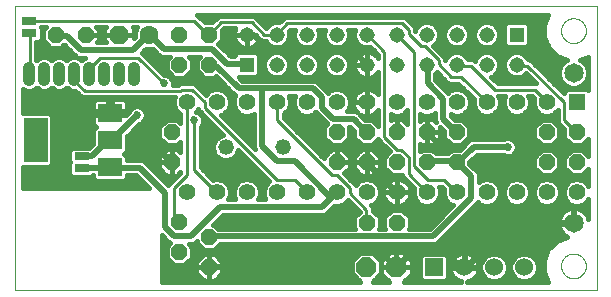
<source format=gbl>
G75*
%MOIN*%
%OFA0B0*%
%FSLAX25Y25*%
%IPPOS*%
%LPD*%
%AMOC8*
5,1,8,0,0,1.08239X$1,22.5*
%
%ADD10C,0.00000*%
%ADD11OC8,0.05200*%
%ADD12C,0.05200*%
%ADD13R,0.05600X0.05600*%
%ADD14C,0.05600*%
%ADD15OC8,0.06600*%
%ADD16OC8,0.06300*%
%ADD17C,0.06300*%
%ADD18R,0.05000X0.02500*%
%ADD19C,0.06496*%
%ADD20R,0.06000X0.06000*%
%ADD21C,0.06000*%
%ADD22R,0.07900X0.05900*%
%ADD23R,0.07900X0.15000*%
%ADD24C,0.04000*%
%ADD25R,0.05150X0.05150*%
%ADD26C,0.05150*%
%ADD27C,0.02000*%
%ADD28C,0.02700*%
%ADD29C,0.01600*%
%ADD30C,0.01000*%
D10*
X0013381Y0008000D02*
X0013381Y0102488D01*
X0207431Y0102488D01*
X0207431Y0008000D01*
X0013381Y0008000D01*
X0195547Y0016000D02*
X0195549Y0016128D01*
X0195555Y0016256D01*
X0195565Y0016383D01*
X0195579Y0016511D01*
X0195596Y0016637D01*
X0195618Y0016763D01*
X0195644Y0016889D01*
X0195673Y0017013D01*
X0195706Y0017137D01*
X0195743Y0017259D01*
X0195784Y0017380D01*
X0195829Y0017500D01*
X0195877Y0017619D01*
X0195929Y0017736D01*
X0195985Y0017851D01*
X0196044Y0017965D01*
X0196106Y0018076D01*
X0196172Y0018186D01*
X0196241Y0018293D01*
X0196314Y0018399D01*
X0196390Y0018502D01*
X0196469Y0018602D01*
X0196551Y0018701D01*
X0196636Y0018796D01*
X0196724Y0018889D01*
X0196815Y0018979D01*
X0196908Y0019066D01*
X0197005Y0019151D01*
X0197103Y0019232D01*
X0197205Y0019310D01*
X0197308Y0019385D01*
X0197414Y0019457D01*
X0197522Y0019526D01*
X0197632Y0019591D01*
X0197745Y0019652D01*
X0197859Y0019711D01*
X0197974Y0019765D01*
X0198092Y0019816D01*
X0198210Y0019864D01*
X0198331Y0019907D01*
X0198452Y0019947D01*
X0198575Y0019983D01*
X0198699Y0020016D01*
X0198824Y0020044D01*
X0198949Y0020069D01*
X0199075Y0020089D01*
X0199202Y0020106D01*
X0199330Y0020119D01*
X0199457Y0020128D01*
X0199585Y0020133D01*
X0199713Y0020134D01*
X0199841Y0020131D01*
X0199969Y0020124D01*
X0200096Y0020113D01*
X0200223Y0020098D01*
X0200350Y0020080D01*
X0200476Y0020057D01*
X0200601Y0020030D01*
X0200725Y0020000D01*
X0200848Y0019966D01*
X0200971Y0019928D01*
X0201092Y0019886D01*
X0201211Y0019840D01*
X0201329Y0019791D01*
X0201446Y0019738D01*
X0201561Y0019682D01*
X0201674Y0019622D01*
X0201785Y0019559D01*
X0201894Y0019492D01*
X0202001Y0019422D01*
X0202106Y0019348D01*
X0202208Y0019272D01*
X0202308Y0019192D01*
X0202406Y0019109D01*
X0202501Y0019023D01*
X0202593Y0018934D01*
X0202682Y0018843D01*
X0202769Y0018749D01*
X0202852Y0018652D01*
X0202933Y0018552D01*
X0203010Y0018451D01*
X0203085Y0018346D01*
X0203156Y0018240D01*
X0203223Y0018131D01*
X0203288Y0018021D01*
X0203348Y0017908D01*
X0203406Y0017794D01*
X0203459Y0017678D01*
X0203509Y0017560D01*
X0203556Y0017441D01*
X0203599Y0017320D01*
X0203638Y0017198D01*
X0203673Y0017075D01*
X0203704Y0016951D01*
X0203732Y0016826D01*
X0203755Y0016700D01*
X0203775Y0016574D01*
X0203791Y0016447D01*
X0203803Y0016320D01*
X0203811Y0016192D01*
X0203815Y0016064D01*
X0203815Y0015936D01*
X0203811Y0015808D01*
X0203803Y0015680D01*
X0203791Y0015553D01*
X0203775Y0015426D01*
X0203755Y0015300D01*
X0203732Y0015174D01*
X0203704Y0015049D01*
X0203673Y0014925D01*
X0203638Y0014802D01*
X0203599Y0014680D01*
X0203556Y0014559D01*
X0203509Y0014440D01*
X0203459Y0014322D01*
X0203406Y0014206D01*
X0203348Y0014092D01*
X0203288Y0013979D01*
X0203223Y0013869D01*
X0203156Y0013760D01*
X0203085Y0013654D01*
X0203010Y0013549D01*
X0202933Y0013448D01*
X0202852Y0013348D01*
X0202769Y0013251D01*
X0202682Y0013157D01*
X0202593Y0013066D01*
X0202501Y0012977D01*
X0202406Y0012891D01*
X0202308Y0012808D01*
X0202208Y0012728D01*
X0202106Y0012652D01*
X0202001Y0012578D01*
X0201894Y0012508D01*
X0201785Y0012441D01*
X0201674Y0012378D01*
X0201561Y0012318D01*
X0201446Y0012262D01*
X0201329Y0012209D01*
X0201211Y0012160D01*
X0201092Y0012114D01*
X0200971Y0012072D01*
X0200848Y0012034D01*
X0200725Y0012000D01*
X0200601Y0011970D01*
X0200476Y0011943D01*
X0200350Y0011920D01*
X0200223Y0011902D01*
X0200096Y0011887D01*
X0199969Y0011876D01*
X0199841Y0011869D01*
X0199713Y0011866D01*
X0199585Y0011867D01*
X0199457Y0011872D01*
X0199330Y0011881D01*
X0199202Y0011894D01*
X0199075Y0011911D01*
X0198949Y0011931D01*
X0198824Y0011956D01*
X0198699Y0011984D01*
X0198575Y0012017D01*
X0198452Y0012053D01*
X0198331Y0012093D01*
X0198210Y0012136D01*
X0198092Y0012184D01*
X0197974Y0012235D01*
X0197859Y0012289D01*
X0197745Y0012348D01*
X0197632Y0012409D01*
X0197522Y0012474D01*
X0197414Y0012543D01*
X0197308Y0012615D01*
X0197205Y0012690D01*
X0197103Y0012768D01*
X0197005Y0012849D01*
X0196908Y0012934D01*
X0196815Y0013021D01*
X0196724Y0013111D01*
X0196636Y0013204D01*
X0196551Y0013299D01*
X0196469Y0013398D01*
X0196390Y0013498D01*
X0196314Y0013601D01*
X0196241Y0013707D01*
X0196172Y0013814D01*
X0196106Y0013924D01*
X0196044Y0014035D01*
X0195985Y0014149D01*
X0195929Y0014264D01*
X0195877Y0014381D01*
X0195829Y0014500D01*
X0195784Y0014620D01*
X0195743Y0014741D01*
X0195706Y0014863D01*
X0195673Y0014987D01*
X0195644Y0015111D01*
X0195618Y0015237D01*
X0195596Y0015363D01*
X0195579Y0015489D01*
X0195565Y0015617D01*
X0195555Y0015744D01*
X0195549Y0015872D01*
X0195547Y0016000D01*
X0195547Y0094400D02*
X0195549Y0094528D01*
X0195555Y0094656D01*
X0195565Y0094783D01*
X0195579Y0094911D01*
X0195596Y0095037D01*
X0195618Y0095163D01*
X0195644Y0095289D01*
X0195673Y0095413D01*
X0195706Y0095537D01*
X0195743Y0095659D01*
X0195784Y0095780D01*
X0195829Y0095900D01*
X0195877Y0096019D01*
X0195929Y0096136D01*
X0195985Y0096251D01*
X0196044Y0096365D01*
X0196106Y0096476D01*
X0196172Y0096586D01*
X0196241Y0096693D01*
X0196314Y0096799D01*
X0196390Y0096902D01*
X0196469Y0097002D01*
X0196551Y0097101D01*
X0196636Y0097196D01*
X0196724Y0097289D01*
X0196815Y0097379D01*
X0196908Y0097466D01*
X0197005Y0097551D01*
X0197103Y0097632D01*
X0197205Y0097710D01*
X0197308Y0097785D01*
X0197414Y0097857D01*
X0197522Y0097926D01*
X0197632Y0097991D01*
X0197745Y0098052D01*
X0197859Y0098111D01*
X0197974Y0098165D01*
X0198092Y0098216D01*
X0198210Y0098264D01*
X0198331Y0098307D01*
X0198452Y0098347D01*
X0198575Y0098383D01*
X0198699Y0098416D01*
X0198824Y0098444D01*
X0198949Y0098469D01*
X0199075Y0098489D01*
X0199202Y0098506D01*
X0199330Y0098519D01*
X0199457Y0098528D01*
X0199585Y0098533D01*
X0199713Y0098534D01*
X0199841Y0098531D01*
X0199969Y0098524D01*
X0200096Y0098513D01*
X0200223Y0098498D01*
X0200350Y0098480D01*
X0200476Y0098457D01*
X0200601Y0098430D01*
X0200725Y0098400D01*
X0200848Y0098366D01*
X0200971Y0098328D01*
X0201092Y0098286D01*
X0201211Y0098240D01*
X0201329Y0098191D01*
X0201446Y0098138D01*
X0201561Y0098082D01*
X0201674Y0098022D01*
X0201785Y0097959D01*
X0201894Y0097892D01*
X0202001Y0097822D01*
X0202106Y0097748D01*
X0202208Y0097672D01*
X0202308Y0097592D01*
X0202406Y0097509D01*
X0202501Y0097423D01*
X0202593Y0097334D01*
X0202682Y0097243D01*
X0202769Y0097149D01*
X0202852Y0097052D01*
X0202933Y0096952D01*
X0203010Y0096851D01*
X0203085Y0096746D01*
X0203156Y0096640D01*
X0203223Y0096531D01*
X0203288Y0096421D01*
X0203348Y0096308D01*
X0203406Y0096194D01*
X0203459Y0096078D01*
X0203509Y0095960D01*
X0203556Y0095841D01*
X0203599Y0095720D01*
X0203638Y0095598D01*
X0203673Y0095475D01*
X0203704Y0095351D01*
X0203732Y0095226D01*
X0203755Y0095100D01*
X0203775Y0094974D01*
X0203791Y0094847D01*
X0203803Y0094720D01*
X0203811Y0094592D01*
X0203815Y0094464D01*
X0203815Y0094336D01*
X0203811Y0094208D01*
X0203803Y0094080D01*
X0203791Y0093953D01*
X0203775Y0093826D01*
X0203755Y0093700D01*
X0203732Y0093574D01*
X0203704Y0093449D01*
X0203673Y0093325D01*
X0203638Y0093202D01*
X0203599Y0093080D01*
X0203556Y0092959D01*
X0203509Y0092840D01*
X0203459Y0092722D01*
X0203406Y0092606D01*
X0203348Y0092492D01*
X0203288Y0092379D01*
X0203223Y0092269D01*
X0203156Y0092160D01*
X0203085Y0092054D01*
X0203010Y0091949D01*
X0202933Y0091848D01*
X0202852Y0091748D01*
X0202769Y0091651D01*
X0202682Y0091557D01*
X0202593Y0091466D01*
X0202501Y0091377D01*
X0202406Y0091291D01*
X0202308Y0091208D01*
X0202208Y0091128D01*
X0202106Y0091052D01*
X0202001Y0090978D01*
X0201894Y0090908D01*
X0201785Y0090841D01*
X0201674Y0090778D01*
X0201561Y0090718D01*
X0201446Y0090662D01*
X0201329Y0090609D01*
X0201211Y0090560D01*
X0201092Y0090514D01*
X0200971Y0090472D01*
X0200848Y0090434D01*
X0200725Y0090400D01*
X0200601Y0090370D01*
X0200476Y0090343D01*
X0200350Y0090320D01*
X0200223Y0090302D01*
X0200096Y0090287D01*
X0199969Y0090276D01*
X0199841Y0090269D01*
X0199713Y0090266D01*
X0199585Y0090267D01*
X0199457Y0090272D01*
X0199330Y0090281D01*
X0199202Y0090294D01*
X0199075Y0090311D01*
X0198949Y0090331D01*
X0198824Y0090356D01*
X0198699Y0090384D01*
X0198575Y0090417D01*
X0198452Y0090453D01*
X0198331Y0090493D01*
X0198210Y0090536D01*
X0198092Y0090584D01*
X0197974Y0090635D01*
X0197859Y0090689D01*
X0197745Y0090748D01*
X0197632Y0090809D01*
X0197522Y0090874D01*
X0197414Y0090943D01*
X0197308Y0091015D01*
X0197205Y0091090D01*
X0197103Y0091168D01*
X0197005Y0091249D01*
X0196908Y0091334D01*
X0196815Y0091421D01*
X0196724Y0091511D01*
X0196636Y0091604D01*
X0196551Y0091699D01*
X0196469Y0091798D01*
X0196390Y0091898D01*
X0196314Y0092001D01*
X0196241Y0092107D01*
X0196172Y0092214D01*
X0196106Y0092324D01*
X0196044Y0092435D01*
X0195985Y0092549D01*
X0195929Y0092664D01*
X0195877Y0092781D01*
X0195829Y0092900D01*
X0195784Y0093020D01*
X0195743Y0093141D01*
X0195706Y0093263D01*
X0195673Y0093387D01*
X0195644Y0093511D01*
X0195618Y0093637D01*
X0195596Y0093763D01*
X0195579Y0093889D01*
X0195565Y0094017D01*
X0195555Y0094144D01*
X0195549Y0094272D01*
X0195547Y0094400D01*
D11*
X0190781Y0060500D03*
X0200781Y0060500D03*
X0200781Y0050500D03*
X0190781Y0050500D03*
X0160781Y0050500D03*
X0150881Y0050600D03*
X0140781Y0050500D03*
X0130781Y0050500D03*
X0120781Y0050500D03*
X0120781Y0060500D03*
X0130781Y0060500D03*
X0140781Y0060500D03*
X0150881Y0060600D03*
X0160781Y0060500D03*
X0140881Y0030400D03*
X0130881Y0030400D03*
X0078281Y0025500D03*
X0068281Y0030500D03*
X0068281Y0020500D03*
X0078281Y0015500D03*
X0065781Y0050500D03*
X0065781Y0060500D03*
X0068281Y0083000D03*
X0078281Y0083000D03*
X0078281Y0093000D03*
X0068281Y0093000D03*
X0037081Y0092900D03*
X0027081Y0092900D03*
D12*
X0083781Y0055500D03*
X0102781Y0055500D03*
D13*
X0200781Y0070500D03*
D14*
X0190781Y0070500D03*
X0180781Y0070500D03*
X0170781Y0070500D03*
X0160781Y0070500D03*
X0150781Y0070500D03*
X0140781Y0070500D03*
X0130781Y0070500D03*
X0120781Y0070500D03*
X0110781Y0070500D03*
X0100781Y0070500D03*
X0090781Y0070500D03*
X0080781Y0070500D03*
X0070781Y0070500D03*
X0070781Y0040500D03*
X0080781Y0040500D03*
X0090781Y0040500D03*
X0100781Y0040500D03*
X0110781Y0040500D03*
X0120781Y0040500D03*
X0130781Y0040500D03*
X0140781Y0040500D03*
X0150781Y0040500D03*
X0160781Y0040500D03*
X0170781Y0040500D03*
X0180781Y0040500D03*
X0190781Y0040500D03*
X0200781Y0040500D03*
D15*
X0140681Y0015550D03*
X0130681Y0015550D03*
D16*
X0048281Y0093000D03*
D17*
X0058281Y0093000D03*
D18*
X0018281Y0093628D03*
X0018281Y0097572D03*
X0035781Y0052472D03*
X0035781Y0048528D03*
D19*
X0199715Y0030300D03*
X0199715Y0080300D03*
D20*
X0153281Y0015500D03*
D21*
X0163281Y0015500D03*
X0173281Y0015500D03*
X0183281Y0015500D03*
D22*
X0045181Y0048900D03*
X0045181Y0057900D03*
X0045181Y0066900D03*
D23*
X0020381Y0058000D03*
D24*
X0018281Y0078000D02*
X0018281Y0082000D01*
X0023281Y0082000D02*
X0023281Y0078000D01*
X0028281Y0078000D02*
X0028281Y0082000D01*
X0033281Y0082000D02*
X0033281Y0078000D01*
X0038281Y0078000D02*
X0038281Y0082000D01*
X0043281Y0082000D02*
X0043281Y0078000D01*
X0048281Y0078000D02*
X0048281Y0082000D01*
X0053281Y0082000D02*
X0053281Y0078000D01*
D25*
X0090781Y0083000D03*
X0180781Y0093000D03*
D26*
X0170781Y0093000D03*
X0160781Y0093000D03*
X0150781Y0093000D03*
X0140781Y0093000D03*
X0130781Y0093000D03*
X0120781Y0093000D03*
X0110781Y0093000D03*
X0100781Y0093000D03*
X0090781Y0093000D03*
X0100781Y0083000D03*
X0110781Y0083000D03*
X0120781Y0083000D03*
X0130781Y0083000D03*
X0140781Y0083000D03*
X0150781Y0083000D03*
X0160781Y0083000D03*
X0170781Y0083000D03*
X0180781Y0083000D03*
D27*
X0156181Y0071750D02*
X0156181Y0064950D01*
X0160431Y0060700D01*
X0160781Y0060500D01*
X0162556Y0056025D02*
X0166381Y0059850D01*
X0169356Y0059850D01*
X0170206Y0059425D01*
X0178706Y0059425D01*
X0185506Y0052625D01*
X0185506Y0030100D01*
X0199531Y0030100D01*
X0199715Y0030300D01*
X0185506Y0030100D02*
X0178706Y0030100D01*
X0164256Y0015650D01*
X0163281Y0015500D01*
X0162981Y0015650D01*
X0161706Y0015650D01*
X0157031Y0020325D01*
X0145556Y0020325D01*
X0140881Y0015650D01*
X0140681Y0015550D01*
X0140031Y0016075D01*
X0135356Y0020750D01*
X0128556Y0020750D01*
X0123456Y0015650D01*
X0078406Y0015650D01*
X0078281Y0015500D01*
X0078281Y0025500D02*
X0078406Y0025850D01*
X0152781Y0025850D01*
X0165531Y0038600D01*
X0165531Y0045825D01*
X0161706Y0049650D01*
X0160781Y0050500D01*
X0160006Y0050925D01*
X0151081Y0050925D01*
X0150881Y0050600D01*
X0160781Y0050500D02*
X0161281Y0050500D01*
X0166381Y0055600D01*
X0177856Y0055600D01*
X0162556Y0056025D02*
X0155331Y0056025D01*
X0151081Y0060275D01*
X0150881Y0060600D01*
X0130781Y0060500D02*
X0130681Y0060700D01*
X0126431Y0064950D01*
X0119631Y0064950D01*
X0115806Y0068775D01*
X0115806Y0072175D01*
X0112831Y0075150D01*
X0095831Y0075150D01*
X0095831Y0056025D01*
X0100931Y0050925D01*
X0106881Y0050925D01*
X0118356Y0039450D01*
X0120781Y0040500D01*
X0120481Y0040300D01*
X0115806Y0035625D01*
X0081806Y0035625D01*
X0072031Y0025850D01*
X0066506Y0025850D01*
X0063531Y0028825D01*
X0063531Y0040300D01*
X0055031Y0048800D01*
X0046106Y0048800D01*
X0045181Y0048900D01*
X0044831Y0048800D01*
X0035906Y0048800D01*
X0035781Y0048528D01*
X0035781Y0052472D02*
X0035906Y0052625D01*
X0039306Y0052625D01*
X0044831Y0058150D01*
X0045181Y0057900D01*
X0046106Y0058150D01*
X0054181Y0066225D01*
X0052906Y0069625D02*
X0050356Y0067075D01*
X0045256Y0067075D01*
X0045181Y0066900D01*
X0052906Y0069625D02*
X0055456Y0069625D01*
X0060981Y0064100D01*
X0060981Y0055175D01*
X0065656Y0050500D01*
X0065781Y0050500D01*
X0088181Y0075150D02*
X0095831Y0075150D01*
X0088181Y0075150D02*
X0080531Y0082800D01*
X0078406Y0082800D01*
X0078281Y0083000D01*
X0079256Y0088325D02*
X0084356Y0083225D01*
X0090731Y0083225D01*
X0090781Y0083000D01*
X0098806Y0087475D02*
X0126431Y0087475D01*
X0130681Y0083225D01*
X0130781Y0083000D01*
X0150781Y0083000D02*
X0151081Y0082800D01*
X0151081Y0076850D01*
X0156181Y0071750D01*
X0130781Y0050500D02*
X0130681Y0050500D01*
X0140456Y0040725D01*
X0140781Y0040500D01*
X0098806Y0087475D02*
X0093281Y0093000D01*
X0090781Y0093000D01*
X0079256Y0088325D02*
X0063106Y0088325D01*
X0058431Y0093000D01*
X0058281Y0093000D01*
X0057581Y0092575D01*
X0052906Y0087900D01*
X0035481Y0087900D01*
X0030806Y0092575D01*
X0027406Y0092575D01*
X0027081Y0092900D01*
D28*
X0021381Y0086000D03*
X0054181Y0066225D03*
X0073306Y0064525D03*
X0079881Y0060000D03*
X0063106Y0076850D03*
X0060881Y0084000D03*
X0078381Y0099000D03*
X0155881Y0090000D03*
X0165881Y0090000D03*
X0175881Y0088000D03*
X0187881Y0098000D03*
X0177881Y0066000D03*
X0169356Y0059850D03*
X0177856Y0055600D03*
X0162881Y0065500D03*
X0186881Y0045500D03*
X0182381Y0024000D03*
X0122881Y0034500D03*
X0101881Y0030000D03*
X0018881Y0045000D03*
D29*
X0016181Y0044766D02*
X0040152Y0044766D01*
X0040568Y0044350D02*
X0049793Y0044350D01*
X0050731Y0045287D01*
X0050731Y0046200D01*
X0053954Y0046200D01*
X0058054Y0042100D01*
X0016181Y0042100D01*
X0016181Y0048900D01*
X0024993Y0048900D01*
X0025931Y0049837D01*
X0025931Y0066163D01*
X0024993Y0067100D01*
X0016181Y0067100D01*
X0016181Y0075009D01*
X0016241Y0074948D01*
X0017565Y0074400D01*
X0018997Y0074400D01*
X0020320Y0074948D01*
X0020781Y0075409D01*
X0021241Y0074948D01*
X0022565Y0074400D01*
X0023997Y0074400D01*
X0025320Y0074948D01*
X0025781Y0075409D01*
X0026241Y0074948D01*
X0027565Y0074400D01*
X0028997Y0074400D01*
X0030320Y0074948D01*
X0030781Y0075409D01*
X0031241Y0074948D01*
X0032565Y0074400D01*
X0033686Y0074400D01*
X0034656Y0073430D01*
X0035886Y0072200D01*
X0066722Y0072200D01*
X0066381Y0071375D01*
X0066381Y0069625D01*
X0067051Y0068008D01*
X0068288Y0066770D01*
X0068656Y0066618D01*
X0068656Y0063565D01*
X0067520Y0064700D01*
X0064041Y0064700D01*
X0061581Y0062240D01*
X0061581Y0058760D01*
X0064041Y0056300D01*
X0067520Y0056300D01*
X0068656Y0057435D01*
X0068656Y0053848D01*
X0067603Y0054900D01*
X0065781Y0054900D01*
X0065781Y0050500D01*
X0065781Y0046100D01*
X0067603Y0046100D01*
X0068656Y0047152D01*
X0068656Y0047120D01*
X0065636Y0044100D01*
X0064522Y0042986D01*
X0056503Y0051004D01*
X0055548Y0051400D01*
X0050731Y0051400D01*
X0050731Y0052513D01*
X0049843Y0053400D01*
X0050731Y0054287D01*
X0050731Y0059098D01*
X0055007Y0063374D01*
X0055852Y0063724D01*
X0056682Y0064554D01*
X0057131Y0065638D01*
X0057131Y0066812D01*
X0056682Y0067896D01*
X0055852Y0068726D01*
X0054767Y0069175D01*
X0053594Y0069175D01*
X0052510Y0068726D01*
X0051680Y0067896D01*
X0051330Y0067051D01*
X0050504Y0066225D01*
X0045856Y0066225D01*
X0045856Y0067575D01*
X0050931Y0067575D01*
X0050931Y0070087D01*
X0050808Y0070545D01*
X0050571Y0070955D01*
X0050236Y0071290D01*
X0049825Y0071527D01*
X0049368Y0071650D01*
X0045856Y0071650D01*
X0045856Y0067575D01*
X0044506Y0067575D01*
X0044506Y0071650D01*
X0040994Y0071650D01*
X0040536Y0071527D01*
X0040125Y0071290D01*
X0039790Y0070955D01*
X0039553Y0070545D01*
X0039431Y0070087D01*
X0039431Y0067575D01*
X0044506Y0067575D01*
X0044506Y0066225D01*
X0039431Y0066225D01*
X0039431Y0063713D01*
X0039553Y0063255D01*
X0039790Y0062845D01*
X0040125Y0062510D01*
X0040444Y0062326D01*
X0039631Y0061513D01*
X0039631Y0056627D01*
X0038325Y0055322D01*
X0032618Y0055322D01*
X0031681Y0054384D01*
X0031681Y0050559D01*
X0031740Y0050500D01*
X0031681Y0050441D01*
X0031681Y0046616D01*
X0032618Y0045678D01*
X0038943Y0045678D01*
X0039465Y0046200D01*
X0039631Y0046200D01*
X0039631Y0045287D01*
X0040568Y0044350D01*
X0031932Y0046364D02*
X0016181Y0046364D01*
X0016181Y0047963D02*
X0031681Y0047963D01*
X0031681Y0049561D02*
X0025655Y0049561D01*
X0025931Y0051160D02*
X0031681Y0051160D01*
X0031681Y0052758D02*
X0025931Y0052758D01*
X0025931Y0054357D02*
X0031681Y0054357D01*
X0025931Y0055955D02*
X0038959Y0055955D01*
X0039631Y0057554D02*
X0025931Y0057554D01*
X0025931Y0059152D02*
X0039631Y0059152D01*
X0039631Y0060751D02*
X0025931Y0060751D01*
X0025931Y0062349D02*
X0040403Y0062349D01*
X0039431Y0063948D02*
X0025931Y0063948D01*
X0025931Y0065546D02*
X0039431Y0065546D01*
X0044506Y0067145D02*
X0016181Y0067145D01*
X0016181Y0068743D02*
X0039431Y0068743D01*
X0039499Y0070342D02*
X0016181Y0070342D01*
X0016181Y0071940D02*
X0066615Y0071940D01*
X0066381Y0070342D02*
X0050862Y0070342D01*
X0050931Y0068743D02*
X0052552Y0068743D01*
X0055809Y0068743D02*
X0066746Y0068743D01*
X0067913Y0067145D02*
X0056993Y0067145D01*
X0057093Y0065546D02*
X0068656Y0065546D01*
X0068656Y0063948D02*
X0068272Y0063948D01*
X0063289Y0063948D02*
X0056076Y0063948D01*
X0053982Y0062349D02*
X0061690Y0062349D01*
X0061581Y0060751D02*
X0052384Y0060751D01*
X0050785Y0059152D02*
X0061581Y0059152D01*
X0062787Y0057554D02*
X0050731Y0057554D01*
X0050731Y0055955D02*
X0068656Y0055955D01*
X0065781Y0054900D02*
X0063958Y0054900D01*
X0061381Y0052323D01*
X0061381Y0050500D01*
X0061381Y0048677D01*
X0063958Y0046100D01*
X0065781Y0046100D01*
X0065781Y0050500D01*
X0065781Y0050500D01*
X0065781Y0050500D01*
X0065781Y0054900D01*
X0065781Y0054357D02*
X0065781Y0054357D01*
X0065781Y0052758D02*
X0065781Y0052758D01*
X0068146Y0054357D02*
X0068656Y0054357D01*
X0063415Y0054357D02*
X0050731Y0054357D01*
X0050485Y0052758D02*
X0061816Y0052758D01*
X0061381Y0051160D02*
X0056128Y0051160D01*
X0057946Y0049561D02*
X0061381Y0049561D01*
X0061381Y0050500D02*
X0065781Y0050500D01*
X0065781Y0050500D01*
X0061381Y0050500D01*
X0065781Y0051160D02*
X0065781Y0051160D01*
X0065781Y0049561D02*
X0065781Y0049561D01*
X0065781Y0047963D02*
X0065781Y0047963D01*
X0065781Y0046364D02*
X0065781Y0046364D01*
X0067867Y0046364D02*
X0067900Y0046364D01*
X0066302Y0044766D02*
X0062742Y0044766D01*
X0064340Y0043167D02*
X0064703Y0043167D01*
X0063694Y0046364D02*
X0061143Y0046364D01*
X0062095Y0047963D02*
X0059545Y0047963D01*
X0055388Y0044766D02*
X0050209Y0044766D01*
X0056987Y0043167D02*
X0016181Y0043167D01*
X0045856Y0067145D02*
X0051369Y0067145D01*
X0045856Y0068743D02*
X0044506Y0068743D01*
X0044506Y0070342D02*
X0045856Y0070342D01*
X0034547Y0073539D02*
X0016181Y0073539D01*
X0020509Y0075137D02*
X0021052Y0075137D01*
X0025509Y0075137D02*
X0026052Y0075137D01*
X0030509Y0075137D02*
X0031052Y0075137D01*
X0030781Y0084591D02*
X0030320Y0085052D01*
X0028997Y0085600D01*
X0027565Y0085600D01*
X0026241Y0085052D01*
X0025781Y0084591D01*
X0025320Y0085052D01*
X0023997Y0085600D01*
X0022565Y0085600D01*
X0021241Y0085052D01*
X0020781Y0084591D01*
X0020581Y0084791D01*
X0020581Y0090778D01*
X0021443Y0090778D01*
X0022381Y0091716D01*
X0022381Y0095541D01*
X0022347Y0095575D01*
X0023816Y0095575D01*
X0022881Y0094640D01*
X0022881Y0091160D01*
X0025341Y0088700D01*
X0028820Y0088700D01*
X0029912Y0089792D01*
X0033277Y0086427D01*
X0034008Y0085696D01*
X0034964Y0085300D01*
X0036840Y0085300D01*
X0036241Y0085052D01*
X0035781Y0084591D01*
X0035320Y0085052D01*
X0033997Y0085600D01*
X0032565Y0085600D01*
X0031241Y0085052D01*
X0030781Y0084591D01*
X0030918Y0084729D02*
X0030643Y0084729D01*
X0033377Y0086327D02*
X0020581Y0086327D01*
X0020643Y0084729D02*
X0020918Y0084729D01*
X0025643Y0084729D02*
X0025918Y0084729D01*
X0020581Y0087926D02*
X0031778Y0087926D01*
X0030180Y0089524D02*
X0029644Y0089524D01*
X0024517Y0089524D02*
X0020581Y0089524D01*
X0021788Y0091123D02*
X0022918Y0091123D01*
X0022881Y0092721D02*
X0022381Y0092721D01*
X0022381Y0094320D02*
X0022881Y0094320D01*
X0037081Y0092900D02*
X0041481Y0092900D01*
X0041481Y0094723D01*
X0040628Y0095575D01*
X0043855Y0095575D01*
X0043331Y0095050D01*
X0043331Y0093000D01*
X0043331Y0090950D01*
X0043780Y0090500D01*
X0040903Y0090500D01*
X0041481Y0091077D01*
X0041481Y0092900D01*
X0037081Y0092900D01*
X0037081Y0092900D01*
X0041481Y0092721D02*
X0043331Y0092721D01*
X0043331Y0093000D02*
X0048281Y0093000D01*
X0053231Y0093000D01*
X0053231Y0091902D01*
X0053531Y0092202D01*
X0053531Y0093945D01*
X0054206Y0095575D01*
X0052706Y0095575D01*
X0053231Y0095050D01*
X0053231Y0093000D01*
X0048281Y0093000D01*
X0048281Y0093000D01*
X0048281Y0093000D01*
X0043331Y0093000D01*
X0043331Y0091123D02*
X0041481Y0091123D01*
X0041481Y0094320D02*
X0043331Y0094320D01*
X0053231Y0094320D02*
X0053686Y0094320D01*
X0053531Y0092721D02*
X0053231Y0092721D01*
X0057051Y0088368D02*
X0057336Y0088250D01*
X0059226Y0088250D01*
X0059422Y0088331D01*
X0061633Y0086121D01*
X0062589Y0085725D01*
X0065066Y0085725D01*
X0064081Y0084740D01*
X0064081Y0081260D01*
X0066541Y0078800D01*
X0070020Y0078800D01*
X0072481Y0081260D01*
X0072481Y0084740D01*
X0071495Y0085725D01*
X0075066Y0085725D01*
X0074081Y0084740D01*
X0074081Y0081260D01*
X0076541Y0078800D01*
X0080020Y0078800D01*
X0080437Y0079217D01*
X0085977Y0073677D01*
X0086708Y0072946D01*
X0086984Y0072832D01*
X0086381Y0071375D01*
X0086381Y0069625D01*
X0087051Y0068008D01*
X0088288Y0066770D01*
X0089905Y0066100D01*
X0091656Y0066100D01*
X0093231Y0066752D01*
X0093231Y0055508D01*
X0093434Y0055016D01*
X0082147Y0066303D01*
X0083273Y0066770D01*
X0084511Y0068008D01*
X0085181Y0069625D01*
X0085181Y0071375D01*
X0084511Y0072992D01*
X0083273Y0074230D01*
X0081656Y0074900D01*
X0079905Y0074900D01*
X0078288Y0074230D01*
X0077104Y0073046D01*
X0073326Y0076825D01*
X0068186Y0076825D01*
X0067761Y0076400D01*
X0066056Y0076400D01*
X0066056Y0077437D01*
X0065607Y0078521D01*
X0064777Y0079351D01*
X0063692Y0079800D01*
X0063126Y0079800D01*
X0055804Y0087121D01*
X0057051Y0088368D01*
X0056608Y0087926D02*
X0059828Y0087926D01*
X0061427Y0086327D02*
X0056598Y0086327D01*
X0058197Y0084729D02*
X0064081Y0084729D01*
X0064081Y0083130D02*
X0059796Y0083130D01*
X0061394Y0081532D02*
X0064081Y0081532D01*
X0062993Y0079933D02*
X0065408Y0079933D01*
X0065684Y0078334D02*
X0081319Y0078334D01*
X0082918Y0076736D02*
X0073415Y0076736D01*
X0075013Y0075137D02*
X0084516Y0075137D01*
X0083964Y0073539D02*
X0086115Y0073539D01*
X0086615Y0071940D02*
X0084947Y0071940D01*
X0085181Y0070342D02*
X0086381Y0070342D01*
X0086746Y0068743D02*
X0084816Y0068743D01*
X0083648Y0067145D02*
X0087913Y0067145D01*
X0082904Y0065546D02*
X0093231Y0065546D01*
X0093231Y0063948D02*
X0084503Y0063948D01*
X0086101Y0062349D02*
X0093231Y0062349D01*
X0093231Y0060751D02*
X0087700Y0060751D01*
X0089298Y0059152D02*
X0093231Y0059152D01*
X0093231Y0057554D02*
X0090897Y0057554D01*
X0092495Y0055955D02*
X0093231Y0055955D01*
X0088154Y0054357D02*
X0087853Y0054357D01*
X0087941Y0054570D02*
X0087341Y0053121D01*
X0086160Y0051939D01*
X0084616Y0051300D01*
X0082945Y0051300D01*
X0081402Y0051939D01*
X0080220Y0053121D01*
X0079581Y0054665D01*
X0079581Y0056335D01*
X0080220Y0057879D01*
X0081402Y0059061D01*
X0082850Y0059661D01*
X0074606Y0067905D01*
X0074606Y0068237D01*
X0074511Y0068008D01*
X0073953Y0067450D01*
X0074977Y0067026D01*
X0075807Y0066196D01*
X0076256Y0065112D01*
X0076256Y0063938D01*
X0075807Y0062854D01*
X0075406Y0062453D01*
X0075406Y0048820D01*
X0079495Y0044730D01*
X0079905Y0044900D01*
X0081656Y0044900D01*
X0083273Y0044230D01*
X0084511Y0042992D01*
X0085181Y0041375D01*
X0085181Y0039625D01*
X0084601Y0038225D01*
X0086961Y0038225D01*
X0086381Y0039625D01*
X0086381Y0041375D01*
X0087051Y0042992D01*
X0088288Y0044230D01*
X0089905Y0044900D01*
X0091656Y0044900D01*
X0093273Y0044230D01*
X0094511Y0042992D01*
X0095181Y0041375D01*
X0095181Y0039625D01*
X0094601Y0038225D01*
X0096961Y0038225D01*
X0096381Y0039625D01*
X0096381Y0041375D01*
X0097051Y0042992D01*
X0098285Y0044226D01*
X0087941Y0054570D01*
X0086979Y0052758D02*
X0089753Y0052758D01*
X0091351Y0051160D02*
X0075406Y0051160D01*
X0075406Y0049561D02*
X0092950Y0049561D01*
X0094548Y0047963D02*
X0076263Y0047963D01*
X0077861Y0046364D02*
X0096147Y0046364D01*
X0097745Y0044766D02*
X0091980Y0044766D01*
X0089581Y0044766D02*
X0081980Y0044766D01*
X0079581Y0044766D02*
X0079460Y0044766D01*
X0084336Y0043167D02*
X0087225Y0043167D01*
X0086461Y0041569D02*
X0085101Y0041569D01*
X0085181Y0039970D02*
X0086381Y0039970D01*
X0086900Y0038372D02*
X0084662Y0038372D01*
X0082883Y0033025D02*
X0116323Y0033025D01*
X0117278Y0033421D01*
X0119958Y0036100D01*
X0121656Y0036100D01*
X0123273Y0036770D01*
X0124495Y0037991D01*
X0128513Y0033972D01*
X0126681Y0032140D01*
X0126681Y0028660D01*
X0126891Y0028450D01*
X0081270Y0028450D01*
X0080020Y0029700D01*
X0079558Y0029700D01*
X0082883Y0033025D01*
X0081835Y0031978D02*
X0126681Y0031978D01*
X0126681Y0030379D02*
X0080237Y0030379D01*
X0080940Y0028781D02*
X0126681Y0028781D01*
X0134870Y0028450D02*
X0135081Y0028660D01*
X0135081Y0032140D01*
X0132781Y0034440D01*
X0132781Y0035645D01*
X0132129Y0036296D01*
X0133273Y0036770D01*
X0134511Y0038008D01*
X0135181Y0039625D01*
X0135181Y0041375D01*
X0134511Y0042992D01*
X0133273Y0044230D01*
X0131656Y0044900D01*
X0129905Y0044900D01*
X0128288Y0044230D01*
X0127092Y0043034D01*
X0123314Y0046811D01*
X0125181Y0048677D01*
X0125181Y0050500D01*
X0125181Y0052323D01*
X0122603Y0054900D01*
X0120781Y0054900D01*
X0120781Y0050500D01*
X0125181Y0050500D01*
X0120781Y0050500D01*
X0120781Y0050500D01*
X0120781Y0050500D01*
X0120781Y0054900D01*
X0118958Y0054900D01*
X0116381Y0052323D01*
X0116381Y0052045D01*
X0103031Y0065395D01*
X0103031Y0066669D01*
X0103273Y0066770D01*
X0104511Y0068008D01*
X0105181Y0069625D01*
X0105181Y0071375D01*
X0104694Y0072550D01*
X0106867Y0072550D01*
X0106381Y0071375D01*
X0106381Y0069625D01*
X0107051Y0068008D01*
X0108288Y0066770D01*
X0109905Y0066100D01*
X0111656Y0066100D01*
X0113273Y0066770D01*
X0113704Y0067200D01*
X0117427Y0063477D01*
X0117622Y0063281D01*
X0116581Y0062240D01*
X0116581Y0058760D01*
X0119041Y0056300D01*
X0122520Y0056300D01*
X0124981Y0058760D01*
X0124981Y0062240D01*
X0124870Y0062350D01*
X0125354Y0062350D01*
X0126581Y0061123D01*
X0126581Y0058760D01*
X0129041Y0056300D01*
X0132520Y0056300D01*
X0134531Y0058310D01*
X0134531Y0058130D01*
X0138501Y0054160D01*
X0136581Y0052240D01*
X0136581Y0048760D01*
X0139041Y0046300D01*
X0142520Y0046300D01*
X0142606Y0046385D01*
X0142606Y0045805D01*
X0146573Y0041838D01*
X0146381Y0041375D01*
X0146381Y0039625D01*
X0147051Y0038008D01*
X0148288Y0036770D01*
X0149905Y0036100D01*
X0151656Y0036100D01*
X0153273Y0036770D01*
X0154511Y0038008D01*
X0155181Y0039625D01*
X0155181Y0041375D01*
X0154735Y0042450D01*
X0155736Y0042450D01*
X0156507Y0041679D01*
X0156381Y0041375D01*
X0156381Y0039625D01*
X0157051Y0038008D01*
X0158288Y0036770D01*
X0159515Y0036262D01*
X0151704Y0028450D01*
X0144870Y0028450D01*
X0145081Y0028660D01*
X0145081Y0032140D01*
X0142620Y0034600D01*
X0139141Y0034600D01*
X0136681Y0032140D01*
X0136681Y0028660D01*
X0136891Y0028450D01*
X0134870Y0028450D01*
X0135081Y0028781D02*
X0136681Y0028781D01*
X0136681Y0030379D02*
X0135081Y0030379D01*
X0135081Y0031978D02*
X0136681Y0031978D01*
X0138117Y0033576D02*
X0133644Y0033576D01*
X0132781Y0035175D02*
X0158428Y0035175D01*
X0156830Y0033576D02*
X0143644Y0033576D01*
X0145081Y0031978D02*
X0155231Y0031978D01*
X0153633Y0030379D02*
X0145081Y0030379D01*
X0145081Y0028781D02*
X0152034Y0028781D01*
X0156191Y0025584D02*
X0197065Y0025584D01*
X0197069Y0025983D02*
X0197499Y0025763D01*
X0194098Y0024355D01*
X0191326Y0021582D01*
X0189826Y0017960D01*
X0189826Y0014040D01*
X0191168Y0010800D01*
X0164290Y0010800D01*
X0164405Y0010818D01*
X0165123Y0011052D01*
X0165796Y0011395D01*
X0166408Y0011839D01*
X0166942Y0012373D01*
X0167386Y0012984D01*
X0167729Y0013657D01*
X0167963Y0014376D01*
X0168081Y0015122D01*
X0168081Y0015300D01*
X0163481Y0015300D01*
X0163481Y0015700D01*
X0168081Y0015700D01*
X0168081Y0015878D01*
X0167963Y0016624D01*
X0167729Y0017343D01*
X0167386Y0018016D01*
X0166942Y0018627D01*
X0166408Y0019161D01*
X0165796Y0019605D01*
X0165123Y0019948D01*
X0164405Y0020182D01*
X0163658Y0020300D01*
X0163481Y0020300D01*
X0163481Y0015700D01*
X0163081Y0015700D01*
X0163081Y0020300D01*
X0162903Y0020300D01*
X0162157Y0020182D01*
X0161438Y0019948D01*
X0160765Y0019605D01*
X0160154Y0019161D01*
X0159619Y0018627D01*
X0159175Y0018016D01*
X0158832Y0017343D01*
X0158599Y0016624D01*
X0158481Y0015878D01*
X0158481Y0015700D01*
X0163081Y0015700D01*
X0163081Y0015300D01*
X0158481Y0015300D01*
X0158481Y0015122D01*
X0158599Y0014376D01*
X0158832Y0013657D01*
X0159175Y0012984D01*
X0159619Y0012373D01*
X0160154Y0011839D01*
X0160765Y0011395D01*
X0161438Y0011052D01*
X0162157Y0010818D01*
X0162272Y0010800D01*
X0143143Y0010800D01*
X0145781Y0013438D01*
X0145781Y0015550D01*
X0145781Y0017662D01*
X0142793Y0020650D01*
X0140681Y0020650D01*
X0140681Y0015550D01*
X0145781Y0015550D01*
X0140681Y0015550D01*
X0140681Y0015550D01*
X0140681Y0015550D01*
X0140681Y0020650D01*
X0138568Y0020650D01*
X0135581Y0017662D01*
X0135581Y0015550D01*
X0135581Y0013438D01*
X0138218Y0010800D01*
X0132860Y0010800D01*
X0135581Y0013520D01*
X0135581Y0017580D01*
X0132710Y0020450D01*
X0128651Y0020450D01*
X0125781Y0017580D01*
X0125781Y0013520D01*
X0128501Y0010800D01*
X0062381Y0010800D01*
X0062381Y0026298D01*
X0064302Y0024377D01*
X0065033Y0023646D01*
X0065354Y0023513D01*
X0064081Y0022240D01*
X0064081Y0018760D01*
X0066541Y0016300D01*
X0070020Y0016300D01*
X0072481Y0018760D01*
X0072481Y0022240D01*
X0071470Y0023250D01*
X0072548Y0023250D01*
X0073503Y0023646D01*
X0074081Y0024223D01*
X0074081Y0023760D01*
X0076541Y0021300D01*
X0080020Y0021300D01*
X0081970Y0023250D01*
X0153298Y0023250D01*
X0154253Y0023646D01*
X0167003Y0036396D01*
X0167735Y0037127D01*
X0167792Y0037266D01*
X0168288Y0036770D01*
X0169905Y0036100D01*
X0171656Y0036100D01*
X0173273Y0036770D01*
X0174511Y0038008D01*
X0175181Y0039625D01*
X0175181Y0041375D01*
X0174511Y0042992D01*
X0173273Y0044230D01*
X0171656Y0044900D01*
X0169905Y0044900D01*
X0168288Y0044230D01*
X0168131Y0044073D01*
X0168131Y0046342D01*
X0167735Y0047298D01*
X0164981Y0050052D01*
X0164981Y0050523D01*
X0167458Y0053000D01*
X0176424Y0053000D01*
X0177269Y0052650D01*
X0178442Y0052650D01*
X0179527Y0053099D01*
X0180357Y0053929D01*
X0180806Y0055013D01*
X0180806Y0056187D01*
X0180357Y0057271D01*
X0179527Y0058101D01*
X0178442Y0058550D01*
X0177269Y0058550D01*
X0176424Y0058200D01*
X0165864Y0058200D01*
X0164908Y0057804D01*
X0161804Y0054700D01*
X0159041Y0054700D01*
X0157866Y0053525D01*
X0153895Y0053525D01*
X0152620Y0054800D01*
X0149141Y0054800D01*
X0148506Y0054165D01*
X0148506Y0056752D01*
X0149058Y0056200D01*
X0150881Y0056200D01*
X0152703Y0056200D01*
X0155281Y0058777D01*
X0155281Y0060600D01*
X0155281Y0062173D01*
X0156581Y0060873D01*
X0156581Y0058760D01*
X0159041Y0056300D01*
X0162520Y0056300D01*
X0164981Y0058760D01*
X0164981Y0062240D01*
X0162520Y0064700D01*
X0160108Y0064700D01*
X0158781Y0066027D01*
X0158781Y0066566D01*
X0159905Y0066100D01*
X0161656Y0066100D01*
X0163273Y0066770D01*
X0164511Y0068008D01*
X0165181Y0069625D01*
X0165181Y0071375D01*
X0164511Y0072992D01*
X0163273Y0074230D01*
X0161656Y0074900D01*
X0159905Y0074900D01*
X0158288Y0074230D01*
X0157833Y0073775D01*
X0157653Y0073954D01*
X0153681Y0077927D01*
X0153681Y0079996D01*
X0154320Y0080635D01*
X0154343Y0080691D01*
X0156631Y0078105D01*
X0156631Y0078030D01*
X0157200Y0077461D01*
X0157734Y0076857D01*
X0157808Y0076853D01*
X0157861Y0076800D01*
X0158666Y0076800D01*
X0159470Y0076751D01*
X0159526Y0076800D01*
X0161279Y0076800D01*
X0166520Y0071711D01*
X0166381Y0071375D01*
X0166381Y0069625D01*
X0167051Y0068008D01*
X0168288Y0066770D01*
X0169905Y0066100D01*
X0171656Y0066100D01*
X0173273Y0066770D01*
X0174511Y0068008D01*
X0175181Y0069625D01*
X0175181Y0071375D01*
X0174663Y0072625D01*
X0176898Y0072625D01*
X0176381Y0071375D01*
X0176381Y0069625D01*
X0177051Y0068008D01*
X0178288Y0066770D01*
X0179905Y0066100D01*
X0181656Y0066100D01*
X0183273Y0066770D01*
X0184511Y0068008D01*
X0185181Y0069625D01*
X0185181Y0071375D01*
X0184663Y0072625D01*
X0185911Y0072625D01*
X0186609Y0071927D01*
X0186381Y0071375D01*
X0186381Y0069625D01*
X0187051Y0068008D01*
X0188288Y0066770D01*
X0189905Y0066100D01*
X0191656Y0066100D01*
X0193273Y0066770D01*
X0194456Y0067952D01*
X0194456Y0063655D01*
X0196581Y0061530D01*
X0196581Y0058760D01*
X0199041Y0056300D01*
X0202520Y0056300D01*
X0204631Y0058411D01*
X0204631Y0052589D01*
X0202520Y0054700D01*
X0199041Y0054700D01*
X0196581Y0052240D01*
X0196581Y0048760D01*
X0199041Y0046300D01*
X0202520Y0046300D01*
X0204631Y0048411D01*
X0204631Y0042702D01*
X0204511Y0042992D01*
X0203273Y0044230D01*
X0201656Y0044900D01*
X0199905Y0044900D01*
X0198288Y0044230D01*
X0197051Y0042992D01*
X0196381Y0041375D01*
X0196381Y0039625D01*
X0197051Y0038008D01*
X0198288Y0036770D01*
X0199905Y0036100D01*
X0201656Y0036100D01*
X0203273Y0036770D01*
X0204511Y0038008D01*
X0204631Y0038298D01*
X0204631Y0031504D01*
X0204393Y0032238D01*
X0204032Y0032946D01*
X0203565Y0033589D01*
X0203003Y0034150D01*
X0202360Y0034617D01*
X0201652Y0034978D01*
X0200897Y0035224D01*
X0200112Y0035348D01*
X0199997Y0035348D01*
X0199997Y0030583D01*
X0199432Y0030583D01*
X0199432Y0035348D01*
X0199317Y0035348D01*
X0198532Y0035224D01*
X0197777Y0034978D01*
X0197069Y0034617D01*
X0196426Y0034150D01*
X0195864Y0033589D01*
X0195397Y0032946D01*
X0195036Y0032238D01*
X0194791Y0031482D01*
X0194667Y0030697D01*
X0194667Y0030583D01*
X0199432Y0030583D01*
X0199432Y0030017D01*
X0194667Y0030017D01*
X0194667Y0029903D01*
X0194791Y0029118D01*
X0195036Y0028362D01*
X0195397Y0027654D01*
X0195864Y0027011D01*
X0196426Y0026450D01*
X0197069Y0025983D01*
X0195740Y0027182D02*
X0157790Y0027182D01*
X0159388Y0028781D02*
X0194900Y0028781D01*
X0199432Y0030379D02*
X0160987Y0030379D01*
X0162585Y0031978D02*
X0194952Y0031978D01*
X0195855Y0033576D02*
X0164184Y0033576D01*
X0165782Y0035175D02*
X0198382Y0035175D01*
X0199432Y0035175D02*
X0199997Y0035175D01*
X0201048Y0035175D02*
X0204631Y0035175D01*
X0204631Y0033576D02*
X0203574Y0033576D01*
X0199997Y0033576D02*
X0199432Y0033576D01*
X0199432Y0031978D02*
X0199997Y0031978D01*
X0204477Y0031978D02*
X0204631Y0031978D01*
X0204631Y0036773D02*
X0203276Y0036773D01*
X0198285Y0036773D02*
X0193276Y0036773D01*
X0193273Y0036770D02*
X0194511Y0038008D01*
X0195181Y0039625D01*
X0195181Y0041375D01*
X0194511Y0042992D01*
X0193273Y0044230D01*
X0191656Y0044900D01*
X0189905Y0044900D01*
X0188288Y0044230D01*
X0187051Y0042992D01*
X0186381Y0041375D01*
X0186381Y0039625D01*
X0187051Y0038008D01*
X0188288Y0036770D01*
X0189905Y0036100D01*
X0191656Y0036100D01*
X0193273Y0036770D01*
X0194662Y0038372D02*
X0196900Y0038372D01*
X0196381Y0039970D02*
X0195181Y0039970D01*
X0195101Y0041569D02*
X0196461Y0041569D01*
X0197225Y0043167D02*
X0194336Y0043167D01*
X0191980Y0044766D02*
X0199581Y0044766D01*
X0198977Y0046364D02*
X0192585Y0046364D01*
X0192520Y0046300D02*
X0194981Y0048760D01*
X0194981Y0052240D01*
X0192520Y0054700D01*
X0189041Y0054700D01*
X0186581Y0052240D01*
X0186581Y0048760D01*
X0189041Y0046300D01*
X0192520Y0046300D01*
X0194183Y0047963D02*
X0197378Y0047963D01*
X0196581Y0049561D02*
X0194981Y0049561D01*
X0194981Y0051160D02*
X0196581Y0051160D01*
X0197099Y0052758D02*
X0194462Y0052758D01*
X0192864Y0054357D02*
X0198698Y0054357D01*
X0202864Y0054357D02*
X0204631Y0054357D01*
X0204631Y0052758D02*
X0204462Y0052758D01*
X0204631Y0055955D02*
X0180806Y0055955D01*
X0180074Y0057554D02*
X0187787Y0057554D01*
X0186581Y0058760D02*
X0189041Y0056300D01*
X0192520Y0056300D01*
X0194981Y0058760D01*
X0194981Y0062240D01*
X0192520Y0064700D01*
X0189041Y0064700D01*
X0186581Y0062240D01*
X0186581Y0058760D01*
X0186581Y0059152D02*
X0164981Y0059152D01*
X0164981Y0060751D02*
X0186581Y0060751D01*
X0186690Y0062349D02*
X0164871Y0062349D01*
X0163272Y0063948D02*
X0188289Y0063948D01*
X0193272Y0063948D02*
X0194456Y0063948D01*
X0194871Y0062349D02*
X0195761Y0062349D01*
X0194981Y0060751D02*
X0196581Y0060751D01*
X0196581Y0059152D02*
X0194981Y0059152D01*
X0193774Y0057554D02*
X0197787Y0057554D01*
X0203774Y0057554D02*
X0204631Y0057554D01*
X0194456Y0065546D02*
X0159261Y0065546D01*
X0163648Y0067145D02*
X0167913Y0067145D01*
X0166746Y0068743D02*
X0164816Y0068743D01*
X0165181Y0070342D02*
X0166381Y0070342D01*
X0166283Y0071940D02*
X0164947Y0071940D01*
X0164637Y0073539D02*
X0163964Y0073539D01*
X0162991Y0075137D02*
X0156470Y0075137D01*
X0154872Y0076736D02*
X0161345Y0076736D01*
X0156427Y0078334D02*
X0153681Y0078334D01*
X0153681Y0079933D02*
X0155014Y0079933D01*
X0157006Y0084796D02*
X0157006Y0085370D01*
X0152982Y0089393D01*
X0153146Y0089461D01*
X0154320Y0090635D01*
X0154955Y0092170D01*
X0154955Y0093830D01*
X0154320Y0095365D01*
X0153146Y0096539D01*
X0151611Y0097175D01*
X0149950Y0097175D01*
X0148416Y0096539D01*
X0147241Y0095365D01*
X0146806Y0094313D01*
X0146806Y0095570D01*
X0143451Y0098925D01*
X0103461Y0098925D01*
X0101682Y0097146D01*
X0101611Y0097175D01*
X0099950Y0097175D01*
X0098416Y0096539D01*
X0097264Y0095387D01*
X0094531Y0098120D01*
X0093301Y0099350D01*
X0081361Y0099350D01*
X0079211Y0097200D01*
X0076751Y0097200D01*
X0074262Y0099688D01*
X0191204Y0099688D01*
X0189826Y0096360D01*
X0189826Y0092440D01*
X0191326Y0088818D01*
X0194098Y0086045D01*
X0197507Y0084633D01*
X0196968Y0084410D01*
X0195605Y0083046D01*
X0194867Y0081264D01*
X0194867Y0079336D01*
X0195605Y0077554D01*
X0196968Y0076190D01*
X0198750Y0075452D01*
X0200679Y0075452D01*
X0202461Y0076190D01*
X0203825Y0077554D01*
X0204563Y0079336D01*
X0204563Y0081264D01*
X0203825Y0083046D01*
X0202461Y0084410D01*
X0201888Y0084647D01*
X0204631Y0085783D01*
X0204631Y0074512D01*
X0204243Y0074900D01*
X0197318Y0074900D01*
X0196381Y0073963D01*
X0196381Y0073620D01*
X0185101Y0084900D01*
X0184512Y0084900D01*
X0184320Y0085365D01*
X0183146Y0086539D01*
X0181611Y0087175D01*
X0179950Y0087175D01*
X0178416Y0086539D01*
X0177241Y0085365D01*
X0176606Y0083830D01*
X0176606Y0082170D01*
X0177241Y0080635D01*
X0178416Y0079461D01*
X0179950Y0078825D01*
X0181611Y0078825D01*
X0183146Y0079461D01*
X0183873Y0080188D01*
X0187236Y0076825D01*
X0185911Y0076825D01*
X0174476Y0076825D01*
X0172222Y0079078D01*
X0173146Y0079461D01*
X0174320Y0080635D01*
X0174955Y0082170D01*
X0174955Y0083830D01*
X0174320Y0085365D01*
X0173146Y0086539D01*
X0171611Y0087175D01*
X0169950Y0087175D01*
X0168416Y0086539D01*
X0167241Y0085365D01*
X0166859Y0084441D01*
X0166401Y0084900D01*
X0164512Y0084900D01*
X0164320Y0085365D01*
X0163146Y0086539D01*
X0161611Y0087175D01*
X0159950Y0087175D01*
X0158416Y0086539D01*
X0157241Y0085365D01*
X0157006Y0084796D01*
X0156048Y0086327D02*
X0158204Y0086327D01*
X0154450Y0087926D02*
X0192218Y0087926D01*
X0191033Y0089524D02*
X0184717Y0089524D01*
X0184955Y0089762D02*
X0184018Y0088825D01*
X0177543Y0088825D01*
X0176606Y0089762D01*
X0176606Y0096238D01*
X0177543Y0097175D01*
X0184018Y0097175D01*
X0184955Y0096238D01*
X0184955Y0089762D01*
X0184955Y0091123D02*
X0190371Y0091123D01*
X0189826Y0092721D02*
X0184955Y0092721D01*
X0184955Y0094320D02*
X0189826Y0094320D01*
X0189826Y0095918D02*
X0184955Y0095918D01*
X0190305Y0097517D02*
X0144859Y0097517D01*
X0146457Y0095918D02*
X0147795Y0095918D01*
X0146809Y0094320D02*
X0146806Y0094320D01*
X0153767Y0095918D02*
X0157795Y0095918D01*
X0157241Y0095365D02*
X0156606Y0093830D01*
X0156606Y0092170D01*
X0157241Y0090635D01*
X0158416Y0089461D01*
X0159950Y0088825D01*
X0161611Y0088825D01*
X0163146Y0089461D01*
X0164320Y0090635D01*
X0164955Y0092170D01*
X0164955Y0093830D01*
X0164320Y0095365D01*
X0163146Y0096539D01*
X0161611Y0097175D01*
X0159950Y0097175D01*
X0158416Y0096539D01*
X0157241Y0095365D01*
X0156809Y0094320D02*
X0154753Y0094320D01*
X0154955Y0092721D02*
X0156606Y0092721D01*
X0157040Y0091123D02*
X0154522Y0091123D01*
X0153209Y0089524D02*
X0158353Y0089524D01*
X0163209Y0089524D02*
X0168353Y0089524D01*
X0168416Y0089461D02*
X0169950Y0088825D01*
X0171611Y0088825D01*
X0173146Y0089461D01*
X0174320Y0090635D01*
X0174955Y0092170D01*
X0174955Y0093830D01*
X0174320Y0095365D01*
X0173146Y0096539D01*
X0171611Y0097175D01*
X0169950Y0097175D01*
X0168416Y0096539D01*
X0167241Y0095365D01*
X0166606Y0093830D01*
X0166606Y0092170D01*
X0167241Y0090635D01*
X0168416Y0089461D01*
X0167040Y0091123D02*
X0164522Y0091123D01*
X0164955Y0092721D02*
X0166606Y0092721D01*
X0166809Y0094320D02*
X0164753Y0094320D01*
X0163767Y0095918D02*
X0167795Y0095918D01*
X0173767Y0095918D02*
X0176606Y0095918D01*
X0176606Y0094320D02*
X0174753Y0094320D01*
X0174955Y0092721D02*
X0176606Y0092721D01*
X0176606Y0091123D02*
X0174522Y0091123D01*
X0173209Y0089524D02*
X0176844Y0089524D01*
X0178204Y0086327D02*
X0173358Y0086327D01*
X0174583Y0084729D02*
X0176978Y0084729D01*
X0176606Y0083130D02*
X0174955Y0083130D01*
X0174691Y0081532D02*
X0176870Y0081532D01*
X0177944Y0079933D02*
X0173618Y0079933D01*
X0172966Y0078334D02*
X0185726Y0078334D01*
X0184128Y0079933D02*
X0183618Y0079933D01*
X0188469Y0081532D02*
X0194977Y0081532D01*
X0195688Y0083130D02*
X0186871Y0083130D01*
X0185272Y0084729D02*
X0197277Y0084729D01*
X0193816Y0086327D02*
X0183358Y0086327D01*
X0190068Y0079933D02*
X0194867Y0079933D01*
X0195281Y0078334D02*
X0191666Y0078334D01*
X0193265Y0076736D02*
X0196422Y0076736D01*
X0194863Y0075137D02*
X0204631Y0075137D01*
X0204631Y0076736D02*
X0203007Y0076736D01*
X0204148Y0078334D02*
X0204631Y0078334D01*
X0204631Y0079933D02*
X0204563Y0079933D01*
X0204631Y0081532D02*
X0204452Y0081532D01*
X0204631Y0083130D02*
X0203741Y0083130D01*
X0204631Y0084729D02*
X0202084Y0084729D01*
X0186595Y0071940D02*
X0184947Y0071940D01*
X0185181Y0070342D02*
X0186381Y0070342D01*
X0186746Y0068743D02*
X0184816Y0068743D01*
X0183648Y0067145D02*
X0187913Y0067145D01*
X0193648Y0067145D02*
X0194456Y0067145D01*
X0177913Y0067145D02*
X0173648Y0067145D01*
X0174816Y0068743D02*
X0176746Y0068743D01*
X0176381Y0070342D02*
X0175181Y0070342D01*
X0174947Y0071940D02*
X0176615Y0071940D01*
X0156581Y0060751D02*
X0155281Y0060751D01*
X0155281Y0060600D02*
X0150881Y0060600D01*
X0150881Y0060600D01*
X0155281Y0060600D01*
X0155281Y0059152D02*
X0156581Y0059152D01*
X0157787Y0057554D02*
X0154057Y0057554D01*
X0150881Y0057554D02*
X0150881Y0057554D01*
X0150881Y0056200D02*
X0150881Y0060600D01*
X0150881Y0060600D01*
X0150881Y0065000D01*
X0152703Y0065000D01*
X0153800Y0063903D01*
X0153581Y0064433D01*
X0153581Y0067077D01*
X0153273Y0066770D01*
X0151656Y0066100D01*
X0149905Y0066100D01*
X0148506Y0066680D01*
X0148506Y0064448D01*
X0149058Y0065000D01*
X0150881Y0065000D01*
X0150881Y0060600D01*
X0150881Y0060600D01*
X0150881Y0056200D01*
X0148506Y0055955D02*
X0163059Y0055955D01*
X0163774Y0057554D02*
X0164658Y0057554D01*
X0158698Y0054357D02*
X0153064Y0054357D01*
X0148698Y0054357D02*
X0148506Y0054357D01*
X0150881Y0059152D02*
X0150881Y0059152D01*
X0150881Y0060751D02*
X0150881Y0060751D01*
X0150881Y0062349D02*
X0150881Y0062349D01*
X0150881Y0063948D02*
X0150881Y0063948D01*
X0153755Y0063948D02*
X0153782Y0063948D01*
X0153581Y0065546D02*
X0148506Y0065546D01*
X0144306Y0065546D02*
X0138731Y0065546D01*
X0138958Y0064900D02*
X0138731Y0064673D01*
X0138731Y0066587D01*
X0139905Y0066100D01*
X0141656Y0066100D01*
X0143273Y0066770D01*
X0144306Y0067802D01*
X0144306Y0063198D01*
X0142603Y0064900D01*
X0140781Y0064900D01*
X0140781Y0060500D01*
X0140781Y0060500D01*
X0140781Y0064900D01*
X0138958Y0064900D01*
X0140781Y0063948D02*
X0140781Y0063948D01*
X0140781Y0062349D02*
X0140781Y0062349D01*
X0143555Y0063948D02*
X0144306Y0063948D01*
X0144306Y0067145D02*
X0143648Y0067145D01*
X0134531Y0067145D02*
X0133931Y0067145D01*
X0133777Y0066991D02*
X0134289Y0067503D01*
X0134531Y0067835D01*
X0134531Y0062690D01*
X0132520Y0064700D01*
X0130358Y0064700D01*
X0128619Y0066439D01*
X0129015Y0066237D01*
X0129704Y0066013D01*
X0130419Y0065900D01*
X0130781Y0065900D01*
X0131143Y0065900D01*
X0131858Y0066013D01*
X0132546Y0066237D01*
X0133192Y0066566D01*
X0133777Y0066991D01*
X0134531Y0065546D02*
X0129511Y0065546D01*
X0130781Y0065900D02*
X0130781Y0070500D01*
X0130781Y0070500D01*
X0130781Y0075100D01*
X0131143Y0075100D01*
X0131858Y0074987D01*
X0132546Y0074763D01*
X0133192Y0074434D01*
X0133777Y0074009D01*
X0134289Y0073497D01*
X0134531Y0073165D01*
X0134531Y0080723D01*
X0134522Y0080707D01*
X0134118Y0080150D01*
X0133631Y0079663D01*
X0133074Y0079258D01*
X0132460Y0078946D01*
X0131805Y0078733D01*
X0131125Y0078625D01*
X0130781Y0078625D01*
X0130781Y0083000D01*
X0130781Y0083000D01*
X0130781Y0083000D01*
X0130781Y0087375D01*
X0131125Y0087375D01*
X0131805Y0087267D01*
X0132460Y0087054D01*
X0133074Y0086742D01*
X0133631Y0086337D01*
X0134118Y0085850D01*
X0134522Y0085293D01*
X0134531Y0085277D01*
X0134531Y0086430D01*
X0131982Y0088979D01*
X0131611Y0088825D01*
X0129950Y0088825D01*
X0128416Y0089461D01*
X0127241Y0090635D01*
X0126606Y0092170D01*
X0126606Y0093830D01*
X0126976Y0094725D01*
X0124585Y0094725D01*
X0124955Y0093830D01*
X0124955Y0092170D01*
X0124320Y0090635D01*
X0123146Y0089461D01*
X0121611Y0088825D01*
X0119950Y0088825D01*
X0118416Y0089461D01*
X0117241Y0090635D01*
X0116606Y0092170D01*
X0116606Y0093830D01*
X0116976Y0094725D01*
X0114585Y0094725D01*
X0114955Y0093830D01*
X0114955Y0092170D01*
X0114320Y0090635D01*
X0113146Y0089461D01*
X0111611Y0088825D01*
X0109950Y0088825D01*
X0108416Y0089461D01*
X0107241Y0090635D01*
X0106606Y0092170D01*
X0106606Y0093830D01*
X0106976Y0094725D01*
X0105201Y0094725D01*
X0104765Y0094290D01*
X0104955Y0093830D01*
X0104955Y0092170D01*
X0104320Y0090635D01*
X0103146Y0089461D01*
X0101611Y0088825D01*
X0099950Y0088825D01*
X0098416Y0089461D01*
X0097241Y0090635D01*
X0097132Y0090900D01*
X0095811Y0090900D01*
X0094971Y0091740D01*
X0094835Y0091321D01*
X0094522Y0090707D01*
X0094118Y0090150D01*
X0093631Y0089663D01*
X0093074Y0089258D01*
X0092460Y0088946D01*
X0091805Y0088733D01*
X0091125Y0088625D01*
X0090781Y0088625D01*
X0090781Y0093000D01*
X0093711Y0093000D01*
X0090781Y0093000D01*
X0090781Y0093000D01*
X0090781Y0093000D01*
X0090781Y0088625D01*
X0090436Y0088625D01*
X0089756Y0088733D01*
X0089101Y0088946D01*
X0088488Y0089258D01*
X0087931Y0089663D01*
X0087444Y0090150D01*
X0087039Y0090707D01*
X0086726Y0091321D01*
X0086514Y0091976D01*
X0086406Y0092656D01*
X0086406Y0093000D01*
X0090781Y0093000D01*
X0086406Y0093000D01*
X0086406Y0093344D01*
X0086514Y0094024D01*
X0086726Y0094679D01*
X0086966Y0095150D01*
X0083101Y0095150D01*
X0082481Y0094530D01*
X0082481Y0091260D01*
X0081239Y0090019D01*
X0081460Y0089798D01*
X0085433Y0085825D01*
X0086606Y0085825D01*
X0086606Y0086238D01*
X0087543Y0087175D01*
X0094018Y0087175D01*
X0094955Y0086238D01*
X0094955Y0079762D01*
X0094018Y0078825D01*
X0088182Y0078825D01*
X0089258Y0077750D01*
X0113348Y0077750D01*
X0114303Y0077354D01*
X0117278Y0074379D01*
X0117858Y0073800D01*
X0118288Y0074230D01*
X0119905Y0074900D01*
X0121656Y0074900D01*
X0123273Y0074230D01*
X0124511Y0072992D01*
X0125181Y0071375D01*
X0125181Y0069625D01*
X0124511Y0068008D01*
X0124053Y0067550D01*
X0126948Y0067550D01*
X0127422Y0067354D01*
X0127272Y0067503D01*
X0126846Y0068089D01*
X0126518Y0068734D01*
X0126294Y0069423D01*
X0126181Y0070138D01*
X0126181Y0070500D01*
X0130781Y0070500D01*
X0130781Y0065900D01*
X0130781Y0067145D02*
X0130781Y0067145D01*
X0130781Y0068743D02*
X0130781Y0068743D01*
X0130781Y0070342D02*
X0130781Y0070342D01*
X0130781Y0070500D02*
X0130781Y0070500D01*
X0130781Y0075100D01*
X0130419Y0075100D01*
X0129704Y0074987D01*
X0129015Y0074763D01*
X0128370Y0074434D01*
X0127784Y0074009D01*
X0127272Y0073497D01*
X0126846Y0072911D01*
X0126518Y0072266D01*
X0126294Y0071577D01*
X0126181Y0070862D01*
X0126181Y0070500D01*
X0130781Y0070500D01*
X0130781Y0070500D01*
X0130781Y0071940D02*
X0130781Y0071940D01*
X0130781Y0073539D02*
X0130781Y0073539D01*
X0127314Y0073539D02*
X0123964Y0073539D01*
X0124947Y0071940D02*
X0126412Y0071940D01*
X0126181Y0070342D02*
X0125181Y0070342D01*
X0124816Y0068743D02*
X0126515Y0068743D01*
X0134247Y0073539D02*
X0134531Y0073539D01*
X0134531Y0075137D02*
X0116520Y0075137D01*
X0114922Y0076736D02*
X0134531Y0076736D01*
X0134531Y0078334D02*
X0088673Y0078334D01*
X0094955Y0079933D02*
X0097944Y0079933D01*
X0098416Y0079461D02*
X0099950Y0078825D01*
X0101611Y0078825D01*
X0103146Y0079461D01*
X0104320Y0080635D01*
X0104955Y0082170D01*
X0104955Y0083830D01*
X0104320Y0085365D01*
X0103146Y0086539D01*
X0101611Y0087175D01*
X0099950Y0087175D01*
X0098416Y0086539D01*
X0097241Y0085365D01*
X0096606Y0083830D01*
X0096606Y0082170D01*
X0097241Y0080635D01*
X0098416Y0079461D01*
X0096870Y0081532D02*
X0094955Y0081532D01*
X0094955Y0083130D02*
X0096606Y0083130D01*
X0096978Y0084729D02*
X0094955Y0084729D01*
X0094866Y0086327D02*
X0098204Y0086327D01*
X0098353Y0089524D02*
X0093439Y0089524D01*
X0090781Y0089524D02*
X0090781Y0089524D01*
X0088122Y0089524D02*
X0081734Y0089524D01*
X0083332Y0087926D02*
X0133035Y0087926D01*
X0130781Y0087375D02*
X0130436Y0087375D01*
X0129756Y0087267D01*
X0129101Y0087054D01*
X0128488Y0086742D01*
X0127931Y0086337D01*
X0127444Y0085850D01*
X0127039Y0085293D01*
X0126726Y0084679D01*
X0126514Y0084024D01*
X0126406Y0083344D01*
X0126406Y0083000D01*
X0130781Y0083000D01*
X0130781Y0078625D01*
X0130436Y0078625D01*
X0129756Y0078733D01*
X0129101Y0078946D01*
X0128488Y0079258D01*
X0127931Y0079663D01*
X0127444Y0080150D01*
X0127039Y0080707D01*
X0126726Y0081321D01*
X0126514Y0081976D01*
X0126406Y0082656D01*
X0126406Y0083000D01*
X0130781Y0083000D01*
X0130781Y0087375D01*
X0130781Y0086327D02*
X0130781Y0086327D01*
X0130781Y0084729D02*
X0130781Y0084729D01*
X0127921Y0086327D02*
X0123358Y0086327D01*
X0123146Y0086539D02*
X0121611Y0087175D01*
X0119950Y0087175D01*
X0118416Y0086539D01*
X0117241Y0085365D01*
X0116606Y0083830D01*
X0116606Y0082170D01*
X0117241Y0080635D01*
X0118416Y0079461D01*
X0119950Y0078825D01*
X0121611Y0078825D01*
X0123146Y0079461D01*
X0124320Y0080635D01*
X0124955Y0082170D01*
X0124955Y0083830D01*
X0124320Y0085365D01*
X0123146Y0086539D01*
X0124583Y0084729D02*
X0126752Y0084729D01*
X0126406Y0083130D02*
X0124955Y0083130D01*
X0124691Y0081532D02*
X0126658Y0081532D01*
X0127661Y0079933D02*
X0123618Y0079933D01*
X0117944Y0079933D02*
X0113618Y0079933D01*
X0113146Y0079461D02*
X0114320Y0080635D01*
X0114955Y0082170D01*
X0114955Y0083830D01*
X0114320Y0085365D01*
X0113146Y0086539D01*
X0111611Y0087175D01*
X0109950Y0087175D01*
X0108416Y0086539D01*
X0107241Y0085365D01*
X0106606Y0083830D01*
X0106606Y0082170D01*
X0107241Y0080635D01*
X0108416Y0079461D01*
X0109950Y0078825D01*
X0111611Y0078825D01*
X0113146Y0079461D01*
X0114691Y0081532D02*
X0116870Y0081532D01*
X0116606Y0083130D02*
X0114955Y0083130D01*
X0114583Y0084729D02*
X0116978Y0084729D01*
X0118204Y0086327D02*
X0113358Y0086327D01*
X0108204Y0086327D02*
X0103358Y0086327D01*
X0104583Y0084729D02*
X0106978Y0084729D01*
X0106606Y0083130D02*
X0104955Y0083130D01*
X0104691Y0081532D02*
X0106870Y0081532D01*
X0107944Y0079933D02*
X0103618Y0079933D01*
X0104947Y0071940D02*
X0106615Y0071940D01*
X0106381Y0070342D02*
X0105181Y0070342D01*
X0104816Y0068743D02*
X0106746Y0068743D01*
X0107913Y0067145D02*
X0103648Y0067145D01*
X0103031Y0065546D02*
X0115357Y0065546D01*
X0113759Y0067145D02*
X0113648Y0067145D01*
X0116956Y0063948D02*
X0104478Y0063948D01*
X0106076Y0062349D02*
X0116690Y0062349D01*
X0116581Y0060751D02*
X0107675Y0060751D01*
X0109273Y0059152D02*
X0116581Y0059152D01*
X0117787Y0057554D02*
X0110872Y0057554D01*
X0112470Y0055955D02*
X0136706Y0055955D01*
X0135107Y0057554D02*
X0133774Y0057554D01*
X0132603Y0054900D02*
X0130781Y0054900D01*
X0130781Y0050500D01*
X0135181Y0050500D01*
X0135181Y0052323D01*
X0132603Y0054900D01*
X0133146Y0054357D02*
X0138304Y0054357D01*
X0137099Y0052758D02*
X0134745Y0052758D01*
X0135181Y0051160D02*
X0136581Y0051160D01*
X0135181Y0050500D02*
X0130781Y0050500D01*
X0130781Y0050500D01*
X0130781Y0050500D01*
X0130781Y0046100D01*
X0132603Y0046100D01*
X0135181Y0048677D01*
X0135181Y0050500D01*
X0135181Y0049561D02*
X0136581Y0049561D01*
X0137378Y0047963D02*
X0134466Y0047963D01*
X0132868Y0046364D02*
X0138977Y0046364D01*
X0139704Y0044987D02*
X0139015Y0044763D01*
X0138370Y0044434D01*
X0137784Y0044009D01*
X0137272Y0043497D01*
X0136846Y0042911D01*
X0136518Y0042266D01*
X0136294Y0041577D01*
X0136181Y0040862D01*
X0136181Y0040500D01*
X0136181Y0040138D01*
X0136294Y0039423D01*
X0136518Y0038734D01*
X0136846Y0038089D01*
X0137272Y0037503D01*
X0137784Y0036991D01*
X0138370Y0036566D01*
X0139015Y0036237D01*
X0139704Y0036013D01*
X0140419Y0035900D01*
X0140781Y0035900D01*
X0141143Y0035900D01*
X0141858Y0036013D01*
X0142546Y0036237D01*
X0143192Y0036566D01*
X0143777Y0036991D01*
X0144289Y0037503D01*
X0144715Y0038089D01*
X0145044Y0038734D01*
X0145267Y0039423D01*
X0145381Y0040138D01*
X0145381Y0040500D01*
X0145381Y0040862D01*
X0145267Y0041577D01*
X0145044Y0042266D01*
X0144715Y0042911D01*
X0144289Y0043497D01*
X0143777Y0044009D01*
X0143192Y0044434D01*
X0142546Y0044763D01*
X0141858Y0044987D01*
X0141143Y0045100D01*
X0140781Y0045100D01*
X0140781Y0040500D01*
X0145381Y0040500D01*
X0140781Y0040500D01*
X0140781Y0040500D01*
X0140781Y0040500D01*
X0140781Y0035900D01*
X0140781Y0040500D01*
X0140781Y0040500D01*
X0140781Y0045100D01*
X0140419Y0045100D01*
X0139704Y0044987D01*
X0139023Y0044766D02*
X0131980Y0044766D01*
X0129581Y0044766D02*
X0125360Y0044766D01*
X0126958Y0043167D02*
X0127225Y0043167D01*
X0128958Y0046100D02*
X0126381Y0048677D01*
X0126381Y0050500D01*
X0130781Y0050500D01*
X0130781Y0050500D01*
X0130781Y0054900D01*
X0128958Y0054900D01*
X0126381Y0052323D01*
X0126381Y0050500D01*
X0130781Y0050500D01*
X0130781Y0046100D01*
X0128958Y0046100D01*
X0128694Y0046364D02*
X0123761Y0046364D01*
X0124466Y0047963D02*
X0127095Y0047963D01*
X0130781Y0047963D02*
X0130781Y0047963D01*
X0130781Y0046364D02*
X0130781Y0046364D01*
X0130781Y0049561D02*
X0130781Y0049561D01*
X0130781Y0050500D02*
X0130781Y0050500D01*
X0130781Y0051160D02*
X0130781Y0051160D01*
X0130781Y0052758D02*
X0130781Y0052758D01*
X0130781Y0054357D02*
X0130781Y0054357D01*
X0128415Y0054357D02*
X0123146Y0054357D01*
X0124745Y0052758D02*
X0126816Y0052758D01*
X0126381Y0051160D02*
X0125181Y0051160D01*
X0125181Y0049561D02*
X0126381Y0049561D01*
X0120781Y0051160D02*
X0120781Y0051160D01*
X0120781Y0052758D02*
X0120781Y0052758D01*
X0120781Y0054357D02*
X0120781Y0054357D01*
X0118415Y0054357D02*
X0114069Y0054357D01*
X0115667Y0052758D02*
X0116816Y0052758D01*
X0123774Y0057554D02*
X0127787Y0057554D01*
X0126581Y0059152D02*
X0124981Y0059152D01*
X0124981Y0060751D02*
X0126581Y0060751D01*
X0125354Y0062349D02*
X0124871Y0062349D01*
X0133272Y0063948D02*
X0134531Y0063948D01*
X0140781Y0060751D02*
X0140781Y0060751D01*
X0165617Y0051160D02*
X0186581Y0051160D01*
X0186581Y0049561D02*
X0165471Y0049561D01*
X0167070Y0047963D02*
X0187378Y0047963D01*
X0188977Y0046364D02*
X0168122Y0046364D01*
X0168131Y0044766D02*
X0169581Y0044766D01*
X0171980Y0044766D02*
X0179581Y0044766D01*
X0179905Y0044900D02*
X0178288Y0044230D01*
X0177051Y0042992D01*
X0176381Y0041375D01*
X0176381Y0039625D01*
X0177051Y0038008D01*
X0178288Y0036770D01*
X0179905Y0036100D01*
X0181656Y0036100D01*
X0183273Y0036770D01*
X0184511Y0038008D01*
X0185181Y0039625D01*
X0185181Y0041375D01*
X0184511Y0042992D01*
X0183273Y0044230D01*
X0181656Y0044900D01*
X0179905Y0044900D01*
X0181980Y0044766D02*
X0189581Y0044766D01*
X0187225Y0043167D02*
X0184336Y0043167D01*
X0185101Y0041569D02*
X0186461Y0041569D01*
X0186381Y0039970D02*
X0185181Y0039970D01*
X0184662Y0038372D02*
X0186900Y0038372D01*
X0188285Y0036773D02*
X0183276Y0036773D01*
X0178285Y0036773D02*
X0173276Y0036773D01*
X0174662Y0038372D02*
X0176900Y0038372D01*
X0176381Y0039970D02*
X0175181Y0039970D01*
X0175101Y0041569D02*
X0176461Y0041569D01*
X0177225Y0043167D02*
X0174336Y0043167D01*
X0168285Y0036773D02*
X0167381Y0036773D01*
X0158285Y0036773D02*
X0153276Y0036773D01*
X0154662Y0038372D02*
X0156900Y0038372D01*
X0156381Y0039970D02*
X0155181Y0039970D01*
X0155101Y0041569D02*
X0156461Y0041569D01*
X0148285Y0036773D02*
X0143477Y0036773D01*
X0144859Y0038372D02*
X0146900Y0038372D01*
X0146381Y0039970D02*
X0145354Y0039970D01*
X0145269Y0041569D02*
X0146461Y0041569D01*
X0145244Y0043167D02*
X0144529Y0043167D01*
X0143645Y0044766D02*
X0142538Y0044766D01*
X0140781Y0044766D02*
X0140781Y0044766D01*
X0140781Y0043167D02*
X0140781Y0043167D01*
X0140781Y0041569D02*
X0140781Y0041569D01*
X0140781Y0040500D02*
X0140781Y0040500D01*
X0136181Y0040500D01*
X0140781Y0040500D01*
X0140781Y0039970D02*
X0140781Y0039970D01*
X0140781Y0038372D02*
X0140781Y0038372D01*
X0140781Y0036773D02*
X0140781Y0036773D01*
X0138084Y0036773D02*
X0133276Y0036773D01*
X0134662Y0038372D02*
X0136702Y0038372D01*
X0136207Y0039970D02*
X0135181Y0039970D01*
X0135101Y0041569D02*
X0136293Y0041569D01*
X0137033Y0043167D02*
X0134336Y0043167D01*
X0142585Y0046364D02*
X0142606Y0046364D01*
X0125713Y0036773D02*
X0123276Y0036773D01*
X0127311Y0035175D02*
X0119032Y0035175D01*
X0117434Y0033576D02*
X0128117Y0033576D01*
X0154593Y0023985D02*
X0193729Y0023985D01*
X0192130Y0022387D02*
X0081107Y0022387D01*
X0080103Y0019900D02*
X0078281Y0019900D01*
X0078281Y0015500D01*
X0082681Y0015500D01*
X0082681Y0017323D01*
X0080103Y0019900D01*
X0080814Y0019190D02*
X0127391Y0019190D01*
X0125792Y0017591D02*
X0082412Y0017591D01*
X0082681Y0015993D02*
X0125781Y0015993D01*
X0125781Y0014394D02*
X0082681Y0014394D01*
X0082681Y0013677D02*
X0082681Y0015500D01*
X0078281Y0015500D01*
X0078281Y0015500D01*
X0078281Y0015500D01*
X0078281Y0011100D01*
X0080103Y0011100D01*
X0082681Y0013677D01*
X0081799Y0012796D02*
X0126506Y0012796D01*
X0128104Y0011197D02*
X0080200Y0011197D01*
X0078281Y0011197D02*
X0078281Y0011197D01*
X0078281Y0011100D02*
X0078281Y0015500D01*
X0078281Y0015500D01*
X0078281Y0019900D01*
X0076458Y0019900D01*
X0073881Y0017323D01*
X0073881Y0015500D01*
X0073881Y0013677D01*
X0076458Y0011100D01*
X0078281Y0011100D01*
X0078281Y0012796D02*
X0078281Y0012796D01*
X0076361Y0011197D02*
X0062381Y0011197D01*
X0062381Y0012796D02*
X0074763Y0012796D01*
X0073881Y0014394D02*
X0062381Y0014394D01*
X0062381Y0015993D02*
X0073881Y0015993D01*
X0073881Y0015500D02*
X0078281Y0015500D01*
X0073881Y0015500D01*
X0074149Y0017591D02*
X0071311Y0017591D01*
X0072481Y0019190D02*
X0075748Y0019190D01*
X0078281Y0019190D02*
X0078281Y0019190D01*
X0078281Y0017591D02*
X0078281Y0017591D01*
X0078281Y0015993D02*
X0078281Y0015993D01*
X0078281Y0015500D02*
X0078281Y0015500D01*
X0078281Y0014394D02*
X0078281Y0014394D01*
X0072481Y0020788D02*
X0190997Y0020788D01*
X0190335Y0019190D02*
X0186096Y0019190D01*
X0185886Y0019400D02*
X0184196Y0020100D01*
X0182366Y0020100D01*
X0180675Y0019400D01*
X0179381Y0018106D01*
X0178681Y0016415D01*
X0178681Y0014585D01*
X0179381Y0012894D01*
X0180675Y0011600D01*
X0182366Y0010900D01*
X0184196Y0010900D01*
X0185886Y0011600D01*
X0187180Y0012894D01*
X0187881Y0014585D01*
X0187881Y0016415D01*
X0187180Y0018106D01*
X0185886Y0019400D01*
X0187394Y0017591D02*
X0189826Y0017591D01*
X0189826Y0015993D02*
X0187881Y0015993D01*
X0187802Y0014394D02*
X0189826Y0014394D01*
X0190341Y0012796D02*
X0187082Y0012796D01*
X0184913Y0011197D02*
X0191003Y0011197D01*
X0181649Y0011197D02*
X0174913Y0011197D01*
X0174196Y0010900D02*
X0175886Y0011600D01*
X0177180Y0012894D01*
X0177881Y0014585D01*
X0177881Y0016415D01*
X0177180Y0018106D01*
X0175886Y0019400D01*
X0174196Y0020100D01*
X0172366Y0020100D01*
X0170675Y0019400D01*
X0169381Y0018106D01*
X0168681Y0016415D01*
X0168681Y0014585D01*
X0169381Y0012894D01*
X0170675Y0011600D01*
X0172366Y0010900D01*
X0174196Y0010900D01*
X0177082Y0012796D02*
X0179480Y0012796D01*
X0178760Y0014394D02*
X0177802Y0014394D01*
X0177881Y0015993D02*
X0178681Y0015993D01*
X0179168Y0017591D02*
X0177394Y0017591D01*
X0176096Y0019190D02*
X0180465Y0019190D01*
X0170465Y0019190D02*
X0166369Y0019190D01*
X0167602Y0017591D02*
X0169168Y0017591D01*
X0168681Y0015993D02*
X0168063Y0015993D01*
X0167965Y0014394D02*
X0168760Y0014394D01*
X0169480Y0012796D02*
X0167249Y0012796D01*
X0165409Y0011197D02*
X0171649Y0011197D01*
X0163481Y0015993D02*
X0163081Y0015993D01*
X0163081Y0017591D02*
X0163481Y0017591D01*
X0163481Y0019190D02*
X0163081Y0019190D01*
X0160193Y0019190D02*
X0157854Y0019190D01*
X0157881Y0019163D02*
X0156943Y0020100D01*
X0149618Y0020100D01*
X0148681Y0019163D01*
X0148681Y0011837D01*
X0149618Y0010900D01*
X0156943Y0010900D01*
X0157881Y0011837D01*
X0157881Y0019163D01*
X0157881Y0017591D02*
X0158959Y0017591D01*
X0158499Y0015993D02*
X0157881Y0015993D01*
X0157881Y0014394D02*
X0158596Y0014394D01*
X0157881Y0012796D02*
X0159312Y0012796D01*
X0161153Y0011197D02*
X0157240Y0011197D01*
X0149321Y0011197D02*
X0143540Y0011197D01*
X0145139Y0012796D02*
X0148681Y0012796D01*
X0148681Y0014394D02*
X0145781Y0014394D01*
X0145781Y0015993D02*
X0148681Y0015993D01*
X0148681Y0017591D02*
X0145781Y0017591D01*
X0144254Y0019190D02*
X0148708Y0019190D01*
X0140681Y0019190D02*
X0140681Y0019190D01*
X0140681Y0017591D02*
X0140681Y0017591D01*
X0140681Y0015993D02*
X0140681Y0015993D01*
X0140681Y0015550D02*
X0140681Y0015550D01*
X0135581Y0015550D01*
X0140681Y0015550D01*
X0135581Y0015993D02*
X0135581Y0015993D01*
X0135581Y0014394D02*
X0135581Y0014394D01*
X0136223Y0012796D02*
X0134856Y0012796D01*
X0133257Y0011197D02*
X0137821Y0011197D01*
X0135581Y0017591D02*
X0135569Y0017591D01*
X0137108Y0019190D02*
X0133971Y0019190D01*
X0096900Y0038372D02*
X0094662Y0038372D01*
X0095181Y0039970D02*
X0096381Y0039970D01*
X0096461Y0041569D02*
X0095101Y0041569D01*
X0094336Y0043167D02*
X0097225Y0043167D01*
X0080583Y0052758D02*
X0075406Y0052758D01*
X0075406Y0054357D02*
X0079708Y0054357D01*
X0079581Y0055955D02*
X0075406Y0055955D01*
X0075406Y0057554D02*
X0080085Y0057554D01*
X0081623Y0059152D02*
X0075406Y0059152D01*
X0075406Y0060751D02*
X0081760Y0060751D01*
X0080161Y0062349D02*
X0075406Y0062349D01*
X0076256Y0063948D02*
X0078563Y0063948D01*
X0076964Y0065546D02*
X0076076Y0065546D01*
X0075366Y0067145D02*
X0074689Y0067145D01*
X0076612Y0073539D02*
X0077597Y0073539D01*
X0068097Y0076736D02*
X0066056Y0076736D01*
X0071153Y0079933D02*
X0075408Y0079933D01*
X0074081Y0081532D02*
X0072481Y0081532D01*
X0072481Y0083130D02*
X0074081Y0083130D01*
X0074081Y0084729D02*
X0072481Y0084729D01*
X0082343Y0091123D02*
X0086827Y0091123D01*
X0086406Y0092721D02*
X0082481Y0092721D01*
X0082481Y0094320D02*
X0086610Y0094320D01*
X0090781Y0093000D02*
X0090781Y0093000D01*
X0090781Y0092721D02*
X0090781Y0092721D01*
X0090781Y0091123D02*
X0090781Y0091123D01*
X0093711Y0093000D02*
X0093711Y0093000D01*
X0094734Y0091123D02*
X0095588Y0091123D01*
X0096732Y0095918D02*
X0097795Y0095918D01*
X0095134Y0097517D02*
X0102053Y0097517D01*
X0104795Y0094320D02*
X0106809Y0094320D01*
X0106606Y0092721D02*
X0104955Y0092721D01*
X0104522Y0091123D02*
X0107040Y0091123D01*
X0108353Y0089524D02*
X0103209Y0089524D01*
X0113209Y0089524D02*
X0118353Y0089524D01*
X0117040Y0091123D02*
X0114522Y0091123D01*
X0114955Y0092721D02*
X0116606Y0092721D01*
X0116809Y0094320D02*
X0114753Y0094320D01*
X0124522Y0091123D02*
X0127040Y0091123D01*
X0126606Y0092721D02*
X0124955Y0092721D01*
X0124753Y0094320D02*
X0126809Y0094320D01*
X0128353Y0089524D02*
X0123209Y0089524D01*
X0133641Y0086327D02*
X0134531Y0086327D01*
X0130781Y0083130D02*
X0130781Y0083130D01*
X0130781Y0083000D02*
X0130781Y0083000D01*
X0130781Y0081532D02*
X0130781Y0081532D01*
X0130781Y0079933D02*
X0130781Y0079933D01*
X0133901Y0079933D02*
X0134531Y0079933D01*
X0163358Y0086327D02*
X0168204Y0086327D01*
X0166978Y0084729D02*
X0166572Y0084729D01*
X0190967Y0099115D02*
X0093535Y0099115D01*
X0081126Y0099115D02*
X0074835Y0099115D01*
X0076434Y0097517D02*
X0079527Y0097517D01*
X0084931Y0086327D02*
X0086695Y0086327D01*
X0035918Y0084729D02*
X0035643Y0084729D01*
X0062381Y0025584D02*
X0063095Y0025584D01*
X0062381Y0023985D02*
X0064694Y0023985D01*
X0064228Y0022387D02*
X0062381Y0022387D01*
X0062381Y0020788D02*
X0064081Y0020788D01*
X0064081Y0019190D02*
X0062381Y0019190D01*
X0062381Y0017591D02*
X0065250Y0017591D01*
X0072334Y0022387D02*
X0075454Y0022387D01*
X0074081Y0023985D02*
X0073843Y0023985D01*
X0167216Y0052758D02*
X0177007Y0052758D01*
X0178704Y0052758D02*
X0187099Y0052758D01*
X0188698Y0054357D02*
X0180534Y0054357D01*
X0202585Y0046364D02*
X0204631Y0046364D01*
X0204631Y0047963D02*
X0204183Y0047963D01*
X0204631Y0044766D02*
X0201980Y0044766D01*
X0204336Y0043167D02*
X0204631Y0043167D01*
D30*
X0200781Y0060500D02*
X0200381Y0060700D01*
X0196556Y0064525D01*
X0196556Y0070475D01*
X0184231Y0082800D01*
X0180831Y0082800D01*
X0180781Y0083000D01*
X0173606Y0074725D02*
X0165531Y0082800D01*
X0160856Y0082800D01*
X0160781Y0083000D01*
X0158731Y0078900D02*
X0154906Y0083225D01*
X0154906Y0084500D01*
X0150231Y0089175D01*
X0148956Y0089175D01*
X0144706Y0093425D01*
X0144706Y0094700D01*
X0142581Y0096825D01*
X0104331Y0096825D01*
X0100931Y0093425D01*
X0100781Y0093000D01*
X0096681Y0093000D01*
X0092431Y0097250D01*
X0082231Y0097250D01*
X0078406Y0093425D01*
X0078281Y0093000D01*
X0077981Y0093000D01*
X0073306Y0097675D01*
X0018481Y0097675D01*
X0018281Y0097572D01*
X0018281Y0093628D02*
X0018481Y0093425D01*
X0018481Y0078125D01*
X0018281Y0078000D01*
X0033281Y0078000D02*
X0033356Y0077700D01*
X0036756Y0074300D01*
X0068631Y0074300D01*
X0069056Y0074725D01*
X0072456Y0074725D01*
X0076706Y0070475D01*
X0076706Y0068775D01*
X0100931Y0044550D01*
X0106881Y0044550D01*
X0110706Y0040725D01*
X0110781Y0040500D01*
X0119206Y0046250D02*
X0100931Y0064525D01*
X0100931Y0070475D01*
X0100781Y0070500D01*
X0073306Y0064525D02*
X0073306Y0047950D01*
X0080531Y0040725D01*
X0080781Y0040500D01*
X0070756Y0046250D02*
X0066506Y0042000D01*
X0066506Y0032225D01*
X0068206Y0030525D01*
X0068281Y0030500D01*
X0070756Y0046250D02*
X0070756Y0070475D01*
X0070781Y0070500D01*
X0063106Y0076850D02*
X0054606Y0085350D01*
X0041856Y0085350D01*
X0038456Y0081950D01*
X0038456Y0078125D01*
X0038281Y0078000D01*
X0119206Y0046250D02*
X0120906Y0046250D01*
X0125156Y0042000D01*
X0125156Y0040300D01*
X0130681Y0034775D01*
X0130681Y0030525D01*
X0130881Y0030400D01*
X0144706Y0046675D02*
X0150656Y0040725D01*
X0150781Y0040500D01*
X0151081Y0044550D02*
X0156606Y0044550D01*
X0160431Y0040725D01*
X0160781Y0040500D01*
X0151081Y0044550D02*
X0146406Y0049225D01*
X0146406Y0087300D01*
X0140881Y0092825D01*
X0140881Y0093000D01*
X0140781Y0093000D01*
X0136631Y0087300D02*
X0131106Y0092825D01*
X0131106Y0093000D01*
X0130781Y0093000D01*
X0136631Y0087300D02*
X0136631Y0059000D01*
X0140881Y0054750D01*
X0142156Y0054750D01*
X0144706Y0052200D01*
X0144706Y0046675D01*
X0170781Y0070500D02*
X0162131Y0078900D01*
X0158731Y0078900D01*
X0173606Y0074725D02*
X0186781Y0074725D01*
X0190606Y0070900D01*
X0190781Y0070500D01*
M02*

</source>
